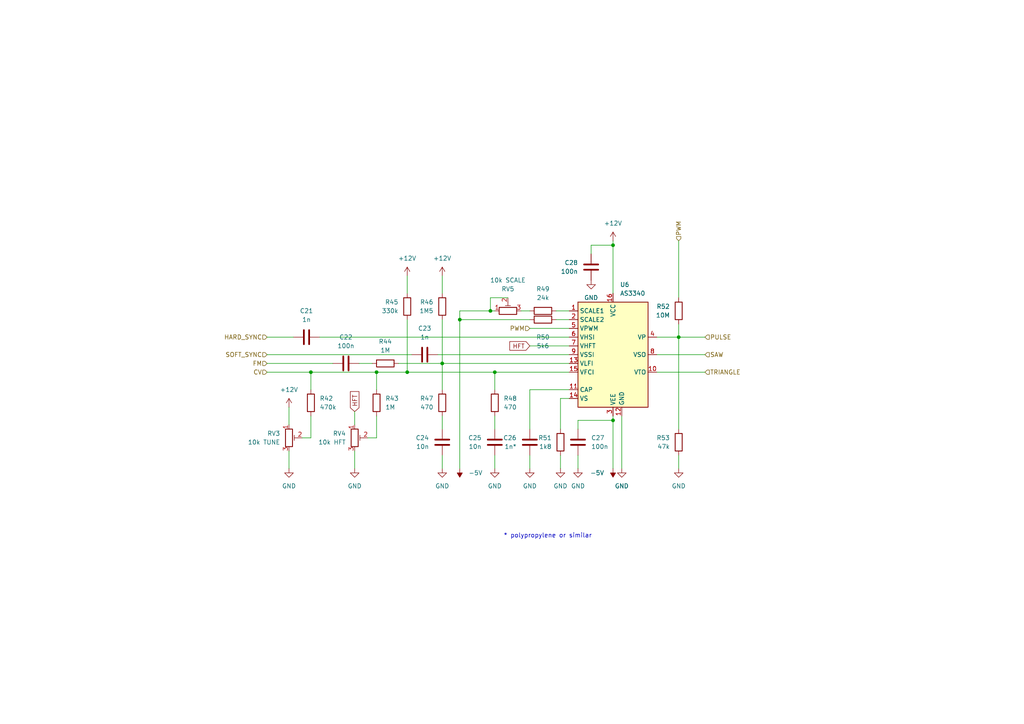
<source format=kicad_sch>
(kicad_sch (version 20211123) (generator eeschema)
  (paper "A4")
  (title_block (title "Polykit-X Voice Card") (date "2023-01-26") (rev "v1.0.0") (company "Jan Knipper") (comment 1 "github.com/polykit"))
  (lib_symbols
    (symbol "Audio:AS3340"
      (property "Reference" "U" (at -5.08 17.78 0))
      (property "Value" "AS3340" (at 5.08 17.78 0))
      (symbol "AS3340_0_1"
        (rectangle (start -10.16 15.24) (end 10.16 -15.24) (stroke (width 0.254)) (fill (type background)))
      )
      (symbol "AS3340_1_1"
        (pin input line (at -12.7 12.7 0) (length 2.54) (name "SCALE1") (number "1"))
        (pin output line (at 12.7 -5.08 180) (length 2.54) (name "VTO") (number "10"))
        (pin passive line (at -12.7 -10.16 0) (length 2.54) (name "CAP") (number "11"))
        (pin power_in line (at 2.54 -17.78 90) (length 2.54) (name "GND") (number "12"))
        (pin input line (at -12.7 -2.54 0) (length 2.54) (name "VLFI") (number "13"))
        (pin passive line (at -12.7 -12.7 0) (length 2.54) (name "VS") (number "14"))
        (pin input line (at -12.7 -5.08 0) (length 2.54) (name "VFCI") (number "15"))
        (pin power_in line (at 0 17.78 270) (length 2.54) (name "VCC") (number "16"))
        (pin input line (at -12.7 10.16 0) (length 2.54) (name "SCALE2") (number "2"))
        (pin power_in line (at 0 -17.78 90) (length 2.54) (name "VEE") (number "3"))
        (pin output line (at 12.7 5.08 180) (length 2.54) (name "VP") (number "4"))
        (pin input line (at -12.7 7.62 0) (length 2.54) (name "VPWM") (number "5"))
        (pin input line (at -12.7 5.08 0) (length 2.54) (name "VHSI") (number "6"))
        (pin input line (at -12.7 2.54 0) (length 2.54) (name "VHFT") (number "7"))
        (pin output line (at 12.7 0 180) (length 2.54) (name "VSO") (number "8"))
        (pin input line (at -12.7 0 0) (length 2.54) (name "VSSI") (number "9"))
      )
    )
    (symbol "Device:C" (pin_numbers hide) (pin_names (offset 0.254))
      (property "Reference" "C" (at 0.635 2.54 0))
      (property "Value" "C" (at 0.635 -2.54 0))
      (symbol "C_0_1"
        (polyline (pts (xy -2.032 -0.762) (xy 2.032 -0.762)) (stroke (width 0.508)))
        (polyline (pts (xy -2.032 0.762) (xy 2.032 0.762)) (stroke (width 0.508)))
      )
      (symbol "C_1_1"
        (pin passive line (at 0 3.81 270) (length 2.794) (name "~") (number "1"))
        (pin passive line (at 0 -3.81 90) (length 2.794) (name "~") (number "2"))
      )
    )
    (symbol "Device:R" (pin_numbers hide) (pin_names (offset 0))
      (property "Reference" "R" (at 2.032 0 90))
      (property "Value" "R" (at 0 0 90))
      (symbol "R_0_1"
        (rectangle (start -1.016 -2.54) (end 1.016 2.54) (stroke (width 0.254)))
      )
      (symbol "R_1_1"
        (pin passive line (at 0 3.81 270) (length 1.27) (name "~") (number "1"))
        (pin passive line (at 0 -3.81 90) (length 1.27) (name "~") (number "2"))
      )
    )
    (symbol "Device:R_Potentiometer_Trim" (pin_names (offset 1.016) hide)
      (property "Reference" "RV" (at -4.445 0 90))
      (property "Value" "R_Potentiometer_Trim" (at -2.54 0 90))
      (symbol "R_Potentiometer_Trim_0_1"
        (polyline (pts (xy 1.524 0.762) (xy 1.524 -0.762)))
        (polyline (pts (xy 2.54 0) (xy 1.524 0)))
        (rectangle (start 1.016 2.54) (end -1.016 -2.54) (stroke (width 0.254)))
      )
      (symbol "R_Potentiometer_Trim_1_1"
        (pin passive line (at 0 3.81 270) (length 1.27) (name "1") (number "1"))
        (pin passive line (at 3.81 0 180) (length 1.27) (name "2") (number "2"))
        (pin passive line (at 0 -3.81 90) (length 1.27) (name "3") (number "3"))
      )
    )
    (symbol "power:+12V" (power) (pin_names (offset 0))
      (property "Value" "+12V" (at 0 3.556 0))
      (symbol "+12V_0_1"
        (polyline (pts (xy -0.762 1.27) (xy 0 2.54)))
        (polyline (pts (xy 0 0) (xy 0 2.54)))
        (polyline (pts (xy 0 2.54) (xy 0.762 1.27)))
      )
      (symbol "+12V_1_1"
        (pin power_in line (at 0 0 90) (length 0) hide (name "+12V") (number "1"))
      )
    )
    (symbol "power:-5V" (power) (pin_names (offset 0))
      (property "Value" "-5V" (at 0 3.81 0))
      (symbol "-5V_0_0"
        (pin power_in line (at 0 0 90) (length 0) hide (name "-5V") (number "1"))
      )
      (symbol "-5V_0_1"
        (polyline (pts (xy 0 0) (xy 0 1.27) (xy 0.762 1.27) (xy 0 2.54) (xy -0.762 1.27) (xy 0 1.27)) (fill (type outline)))
      )
    )
    (symbol "power:GND" (power) (pin_names (offset 0))
      (property "Value" "GND" (at 0 -3.81 0))
      (symbol "GND_0_1"
        (polyline (pts (xy 0 0) (xy 0 -1.27) (xy 1.27 -1.27) (xy 0 -2.54) (xy -1.27 -1.27) (xy 0 -1.27)))
      )
      (symbol "GND_1_1"
        (pin power_in line (at 0 0 270) (length 0) hide (name "GND") (number "1"))
      )
    )
  )
  (junction (at 196.85 97.79))
  (junction (at 177.8 121.92))
  (junction (at 143.51 107.95))
  (junction (at 142.24 90.17))
  (junction (at 177.8 71.12))
  (junction (at 118.11 107.95))
  (junction (at 128.27 105.41))
  (junction (at 90.17 107.95))
  (junction (at 133.35 92.71))
  (junction (at 109.22 107.95))
  (wire (pts (xy 102.87 119.38) (xy 102.87 123.19)))
  (wire (pts (xy 151.13 90.17) (xy 153.67 90.17)))
  (wire (pts (xy 102.87 130.81) (xy 102.87 135.89)))
  (wire (pts (xy 77.47 97.79) (xy 85.09 97.79)))
  (wire (pts (xy 83.82 130.81) (xy 83.82 135.89)))
  (wire (pts (xy 196.85 97.79) (xy 196.85 124.46)))
  (wire (pts (xy 167.64 121.92) (xy 167.64 124.46)))
  (wire (pts (xy 153.67 113.03) (xy 153.67 124.46)))
  (wire (pts (xy 118.11 80.01) (xy 118.11 85.09)))
  (wire (pts (xy 83.82 118.11) (xy 83.82 123.19)))
  (wire (pts (xy 153.67 95.25) (xy 165.1 95.25)))
  (wire (pts (xy 196.85 132.08) (xy 196.85 135.89)))
  (wire (pts (xy 118.11 92.71) (xy 118.11 107.95)))
  (wire (pts (xy 107.95 105.41) (xy 104.14 105.41)))
  (wire (pts (xy 196.85 93.98) (xy 196.85 97.79)))
  (wire (pts (xy 162.56 132.08) (xy 162.56 135.89)))
  (wire (pts (xy 90.17 107.95) (xy 109.22 107.95)))
  (wire (pts (xy 165.1 107.95) (xy 143.51 107.95)))
  (wire (pts (xy 171.45 73.66) (xy 171.45 71.12)))
  (wire (pts (xy 177.8 71.12) (xy 177.8 85.09)))
  (wire (pts (xy 128.27 120.65) (xy 128.27 124.46)))
  (wire (pts (xy 167.64 132.08) (xy 167.64 135.89)))
  (wire (pts (xy 143.51 120.65) (xy 143.51 124.46)))
  (wire (pts (xy 133.35 92.71) (xy 153.67 92.71)))
  (wire (pts (xy 165.1 113.03) (xy 153.67 113.03)))
  (wire (pts (xy 190.5 107.95) (xy 204.47 107.95)))
  (wire (pts (xy 177.8 121.92) (xy 177.8 135.89)))
  (wire (pts (xy 133.35 90.17) (xy 133.35 92.71)))
  (wire (pts (xy 109.22 107.95) (xy 109.22 113.03)))
  (wire (pts (xy 128.27 92.71) (xy 128.27 105.41)))
  (wire (pts (xy 106.68 127) (xy 109.22 127)))
  (wire (pts (xy 143.51 90.17) (xy 142.24 90.17)))
  (wire (pts (xy 147.32 86.36) (xy 142.24 86.36)))
  (wire (pts (xy 190.5 97.79) (xy 196.85 97.79)))
  (wire (pts (xy 177.8 120.65) (xy 177.8 121.92)))
  (wire (pts (xy 77.47 105.41) (xy 96.52 105.41)))
  (wire (pts (xy 109.22 127) (xy 109.22 120.65)))
  (wire (pts (xy 161.29 92.71) (xy 165.1 92.71)))
  (wire (pts (xy 109.22 107.95) (xy 118.11 107.95)))
  (wire (pts (xy 143.51 107.95) (xy 143.51 113.03)))
  (wire (pts (xy 196.85 97.79) (xy 204.47 97.79)))
  (wire (pts (xy 90.17 120.65) (xy 90.17 127)))
  (wire (pts (xy 153.67 100.33) (xy 165.1 100.33)))
  (wire (pts (xy 143.51 132.08) (xy 143.51 135.89)))
  (wire (pts (xy 118.11 107.95) (xy 143.51 107.95)))
  (wire (pts (xy 127 102.87) (xy 165.1 102.87)))
  (wire (pts (xy 196.85 69.85) (xy 196.85 86.36)))
  (wire (pts (xy 177.8 121.92) (xy 167.64 121.92)))
  (wire (pts (xy 77.47 107.95) (xy 90.17 107.95)))
  (wire (pts (xy 171.45 71.12) (xy 177.8 71.12)))
  (wire (pts (xy 128.27 80.01) (xy 128.27 85.09)))
  (wire (pts (xy 142.24 90.17) (xy 133.35 90.17)))
  (wire (pts (xy 190.5 102.87) (xy 204.47 102.87)))
  (wire (pts (xy 153.67 132.08) (xy 153.67 135.89)))
  (wire (pts (xy 77.47 102.87) (xy 119.38 102.87)))
  (wire (pts (xy 177.8 69.85) (xy 177.8 71.12)))
  (wire (pts (xy 128.27 132.08) (xy 128.27 135.89)))
  (wire (pts (xy 92.71 97.79) (xy 165.1 97.79)))
  (wire (pts (xy 165.1 115.57) (xy 162.56 115.57)))
  (wire (pts (xy 161.29 90.17) (xy 165.1 90.17)))
  (wire (pts (xy 133.35 92.71) (xy 133.35 135.89)))
  (wire (pts (xy 180.34 120.65) (xy 180.34 135.89)))
  (wire (pts (xy 115.57 105.41) (xy 128.27 105.41)))
  (wire (pts (xy 162.56 115.57) (xy 162.56 124.46)))
  (wire (pts (xy 128.27 105.41) (xy 128.27 113.03)))
  (wire (pts (xy 128.27 105.41) (xy 165.1 105.41)))
  (wire (pts (xy 90.17 127) (xy 87.63 127)))
  (wire (pts (xy 90.17 107.95) (xy 90.17 113.03)))
  (wire (pts (xy 142.24 86.36) (xy 142.24 90.17)))
  (text "* polypropylene or similar" (at 146.05 156.21 0) (effects (font (size 1.27 1.27)) (justify left bottom)))
  (global_label "HFT" (shape input) (at 102.87 119.38 90) (property "Intersheet References" "${INTERSHEET_REFS}" (effects hide)))
  (global_label "HFT" (shape input) (at 153.67 100.33 180) (property "Intersheet References" "${INTERSHEET_REFS}" (effects hide)))
  (hierarchical_label "SAW" (shape input) (at 204.47 102.87 0))
  (hierarchical_label "HARD_SYNC" (shape input) (at 77.47 97.79 180))
  (hierarchical_label "PULSE" (shape input) (at 204.47 97.79 0))
  (hierarchical_label "FM" (shape input) (at 77.47 105.41 180))
  (hierarchical_label "CV" (shape input) (at 77.47 107.95 180))
  (hierarchical_label "PWM" (shape input) (at 153.67 95.25 180))
  (hierarchical_label "TRIANGLE" (shape input) (at 204.47 107.95 0))
  (hierarchical_label "PWM" (shape input) (at 196.85 69.85 90))
  (hierarchical_label "SOFT_SYNC" (shape input) (at 77.47 102.87 180))
  (symbol (lib_id "Device:C") (at 100.33 105.41 270) (unit 1)
    (property "Reference" "C22" (at 100.33 97.79 90))
    (property "Value" "100n" (at 100.33 100.33 90))
    (property "Footprint" "Capacitor_THT:C_Disc_D5.0mm_W2.5mm_P2.50mm" (effects hide))
  )
  (symbol (lib_id "Device:R") (at 143.51 116.84 0) (unit 1)
    (property "Reference" "R48" (at 146.05 115.5699 0) (effects (justify left)))
    (property "Value" "470" (at 146.05 118.1099 0) (effects (justify left)))
    (property "Footprint" "Resistor_THT:R_Axial_DIN0207_L6.3mm_D2.5mm_P10.16mm_Horizontal" (effects hide))
  )
  (symbol (lib_id "Device:R") (at 111.76 105.41 270) (unit 1)
    (property "Reference" "R44" (at 111.76 99.06 90))
    (property "Value" "1M" (at 111.76 101.6 90))
    (property "Footprint" "Resistor_THT:R_Axial_DIN0207_L6.3mm_D2.5mm_P10.16mm_Horizontal" (effects hide))
  )
  (symbol (lib_id "Device:C") (at 88.9 97.79 90) (unit 1)
    (property "Reference" "C21" (at 88.9 90.17 90))
    (property "Value" "1n" (at 88.9 92.71 90))
    (property "Footprint" "Capacitor_THT:C_Disc_D5.0mm_W2.5mm_P2.50mm" (effects hide))
  )
  (symbol (lib_id "Device:R") (at 118.11 88.9 0) (unit 1)
    (property "Reference" "R45" (at 115.57 87.6299 0) (effects (justify right)))
    (property "Value" "330k" (at 115.57 90.1699 0) (effects (justify right)))
    (property "Footprint" "Resistor_THT:R_Axial_DIN0207_L6.3mm_D2.5mm_P10.16mm_Horizontal" (effects hide))
  )
  (symbol (lib_id "Device:R") (at 162.56 128.27 0) (unit 1)
    (property "Reference" "R51" (at 160.02 126.9999 0) (effects (justify right)))
    (property "Value" "1k8" (at 160.02 129.5399 0) (effects (justify right)))
    (property "Footprint" "Resistor_THT:R_Axial_DIN0207_L6.3mm_D2.5mm_P10.16mm_Horizontal" (effects hide))
  )
  (symbol (lib_id "power:GND") (at 128.27 135.89 0) (unit 1)
    (property "Reference" "#PWR058" (effects hide))
    (property "Value" "GND" (at 128.27 140.97 0))
  )
  (symbol (lib_id "power:-5V") (at 177.8 135.89 180) (unit 1)
    (property "Reference" "#PWR066" (effects hide))
    (property "Value" "-5V" (at 175.26 137.1599 0) (effects (justify left)))
  )
  (symbol (lib_id "power:GND") (at 143.51 135.89 0) (unit 1)
    (property "Reference" "#PWR060" (effects hide))
    (property "Value" "GND" (at 143.51 140.97 0))
  )
  (symbol (lib_id "Device:R_Potentiometer_Trim") (at 147.32 90.17 90) (unit 1)
    (property "Reference" "RV5" (at 147.32 83.82 90))
    (property "Value" "10k SCALE" (at 147.32 81.28 90))
    (property "Footprint" "Potentiometer_THT:Potentiometer_Bourns_3296W_Vertical" (effects hide))
  )
  (symbol (lib_id "power:-5V") (at 133.35 135.89 180) (unit 1)
    (property "Reference" "#PWR059" (effects hide))
    (property "Value" "-5V" (at 135.89 137.1599 0) (effects (justify right)))
  )
  (symbol (lib_id "Device:C") (at 143.51 128.27 0) (unit 1)
    (property "Reference" "C25" (at 139.7 126.9999 0) (effects (justify right)))
    (property "Value" "10n" (at 139.7 129.5399 0) (effects (justify right)))
    (property "Footprint" "Capacitor_THT:C_Disc_D5.0mm_W2.5mm_P2.50mm" (effects hide))
  )
  (symbol (lib_id "power:GND") (at 153.67 135.89 0) (unit 1)
    (property "Reference" "#PWR061" (effects hide))
    (property "Value" "GND" (at 153.67 140.97 0))
  )
  (symbol (lib_id "Device:R") (at 109.22 116.84 180) (unit 1)
    (property "Reference" "R43" (at 111.76 115.5699 0) (effects (justify right)))
    (property "Value" "1M" (at 111.76 118.1099 0) (effects (justify right)))
    (property "Footprint" "Resistor_THT:R_Axial_DIN0207_L6.3mm_D2.5mm_P10.16mm_Horizontal" (effects hide))
  )
  (symbol (lib_id "Device:R") (at 196.85 90.17 0) (unit 1)
    (property "Reference" "R52" (at 194.31 88.8999 0) (effects (justify right)))
    (property "Value" "10M" (at 194.31 91.4399 0) (effects (justify right)))
    (property "Footprint" "Resistor_THT:R_Axial_DIN0207_L6.3mm_D2.5mm_P10.16mm_Horizontal" (effects hide))
  )
  (symbol (lib_id "Device:R") (at 196.85 128.27 0) (unit 1)
    (property "Reference" "R53" (at 194.31 126.9999 0) (effects (justify right)))
    (property "Value" "47k" (at 194.31 129.5399 0) (effects (justify right)))
    (property "Footprint" "Resistor_THT:R_Axial_DIN0207_L6.3mm_D2.5mm_P10.16mm_Horizontal" (effects hide))
  )
  (symbol (lib_id "power:GND") (at 167.64 135.89 0) (unit 1)
    (property "Reference" "#PWR063" (effects hide))
    (property "Value" "GND" (at 167.64 140.97 0))
  )
  (symbol (lib_id "power:GND") (at 162.56 135.89 0) (unit 1)
    (property "Reference" "#PWR062" (effects hide))
    (property "Value" "GND" (at 162.56 140.97 0))
  )
  (symbol (lib_id "Device:C") (at 167.64 128.27 0) (unit 1)
    (property "Reference" "C27" (at 171.45 126.9999 0) (effects (justify left)))
    (property "Value" "100n" (at 171.45 129.5399 0) (effects (justify left)))
    (property "Footprint" "Capacitor_THT:C_Disc_D5.0mm_W2.5mm_P2.50mm" (effects hide))
  )
  (symbol (lib_id "Device:C") (at 123.19 102.87 90) (unit 1)
    (property "Reference" "C23" (at 123.19 95.25 90))
    (property "Value" "1n" (at 123.19 97.79 90))
    (property "Footprint" "Capacitor_THT:C_Disc_D5.0mm_W2.5mm_P2.50mm" (effects hide))
  )
  (symbol (lib_id "power:GND") (at 196.85 135.89 0) (unit 1)
    (property "Reference" "#PWR068" (effects hide))
    (property "Value" "GND" (at 196.85 140.97 0))
  )
  (symbol (lib_id "Device:C") (at 128.27 128.27 0) (unit 1)
    (property "Reference" "C24" (at 124.46 126.9999 0) (effects (justify right)))
    (property "Value" "10n" (at 124.46 129.5399 0) (effects (justify right)))
    (property "Footprint" "Capacitor_THT:C_Disc_D5.0mm_W2.5mm_P2.50mm" (effects hide))
  )
  (symbol (lib_id "Device:C") (at 171.45 77.47 0) (unit 1)
    (property "Reference" "C28" (at 167.64 76.1999 0) (effects (justify right)))
    (property "Value" "100n" (at 167.64 78.7399 0) (effects (justify right)))
    (property "Footprint" "Capacitor_THT:C_Disc_D5.0mm_W2.5mm_P2.50mm" (effects hide))
  )
  (symbol (lib_id "power:+12V") (at 177.8 69.85 0) (unit 1)
    (property "Reference" "#PWR065" (effects hide))
    (property "Value" "+12V" (at 177.8 64.77 0))
  )
  (symbol (lib_id "power:+12V") (at 128.27 80.01 0) (unit 1)
    (property "Reference" "#PWR057" (effects hide))
    (property "Value" "+12V" (at 128.27 74.93 0))
  )
  (symbol (lib_id "Device:C") (at 153.67 128.27 0) (unit 1)
    (property "Reference" "C26" (at 149.86 126.9999 0) (effects (justify right)))
    (property "Value" "1n*" (at 149.86 129.5399 0) (effects (justify right)))
    (property "Footprint" "Capacitor_THT:C_Rect_L7.2mm_W4.5mm_P5.00mm_FKS2_FKP2_MKS2_MKP2" (effects hide))
  )
  (symbol (lib_id "Audio:AS3340") (at 177.8 102.87 0) (unit 1)
    (property "Reference" "U6" (at 179.8194 82.55 0) (effects (justify left)))
    (property "Value" "AS3340" (at 179.8194 85.09 0) (effects (justify left)))
    (property "Footprint" "Package_DIP:DIP-16_W7.62mm_Socket_LongPads" (effects hide))
    (property "Datasheet" "http://www.alfarzpp.lv/eng/sc/AS3340.pdf" (effects hide))
  )
  (symbol (lib_id "power:GND") (at 180.34 135.89 0) (unit 1)
    (property "Reference" "#PWR067" (effects hide))
    (property "Value" "GND" (at 180.34 140.97 0))
  )
  (symbol (lib_id "Device:R") (at 157.48 90.17 270) (unit 1)
    (property "Reference" "R49" (at 157.48 83.82 90))
    (property "Value" "24k" (at 157.48 86.36 90))
    (property "Footprint" "Resistor_THT:R_Axial_DIN0207_L6.3mm_D2.5mm_P10.16mm_Horizontal" (effects hide))
  )
  (symbol (lib_id "power:GND") (at 83.82 135.89 0) (unit 1)
    (property "Reference" "#PWR054" (effects hide))
    (property "Value" "GND" (at 83.82 140.97 0))
  )
  (symbol (lib_id "Device:R") (at 128.27 116.84 0) (unit 1)
    (property "Reference" "R47" (at 125.73 115.5699 0) (effects (justify right)))
    (property "Value" "470" (at 125.73 118.1099 0) (effects (justify right)))
    (property "Footprint" "Resistor_THT:R_Axial_DIN0207_L6.3mm_D2.5mm_P10.16mm_Horizontal" (effects hide))
  )
  (symbol (lib_id "Device:R") (at 90.17 116.84 180) (unit 1)
    (property "Reference" "R42" (at 92.71 115.5699 0) (effects (justify right)))
    (property "Value" "470k" (at 92.71 118.1099 0) (effects (justify right)))
    (property "Footprint" "Resistor_THT:R_Axial_DIN0207_L6.3mm_D2.5mm_P10.16mm_Horizontal" (effects hide))
  )
  (symbol (lib_id "Device:R") (at 157.48 92.71 270) (unit 1)
    (property "Reference" "R50" (at 157.48 97.79 90))
    (property "Value" "5k6" (at 157.48 100.33 90))
    (property "Footprint" "Resistor_THT:R_Axial_DIN0207_L6.3mm_D2.5mm_P10.16mm_Horizontal" (effects hide))
  )
  (symbol (lib_id "Device:R_Potentiometer_Trim") (at 83.82 127 0) (unit 1)
    (property "Reference" "RV3" (at 81.28 125.7299 0) (effects (justify right)))
    (property "Value" "10k TUNE" (at 81.28 128.2699 0) (effects (justify right)))
    (property "Footprint" "Potentiometer_THT:Potentiometer_Bourns_3296W_Vertical" (effects hide))
  )
  (symbol (lib_id "Device:R") (at 128.27 88.9 0) (unit 1)
    (property "Reference" "R46" (at 125.73 87.6299 0) (effects (justify right)))
    (property "Value" "1M5" (at 125.73 90.1699 0) (effects (justify right)))
    (property "Footprint" "Resistor_THT:R_Axial_DIN0207_L6.3mm_D2.5mm_P10.16mm_Horizontal" (effects hide))
  )
  (symbol (lib_id "power:+12V") (at 118.11 80.01 0) (unit 1)
    (property "Reference" "#PWR056" (effects hide))
    (property "Value" "+12V" (at 118.11 74.93 0))
  )
  (symbol (lib_id "power:GND") (at 171.45 81.28 0) (unit 1)
    (property "Reference" "#PWR064" (effects hide))
    (property "Value" "GND" (at 171.45 86.36 0))
  )
  (symbol (lib_id "Device:R_Potentiometer_Trim") (at 102.87 127 0) (unit 1)
    (property "Reference" "RV4" (at 100.33 125.7299 0) (effects (justify right)))
    (property "Value" "10k HFT" (at 100.33 128.2699 0) (effects (justify right)))
    (property "Footprint" "Potentiometer_THT:Potentiometer_Bourns_3296W_Vertical" (effects hide))
  )
  (symbol (lib_id "power:+12V") (at 83.82 118.11 0) (unit 1)
    (property "Reference" "#PWR053" (effects hide))
    (property "Value" "+12V" (at 83.82 113.03 0))
  )
  (symbol (lib_id "power:GND") (at 102.87 135.89 0) (unit 1)
    (property "Reference" "#PWR055" (effects hide))
    (property "Value" "GND" (at 102.87 140.97 0))
  )
)
</source>
